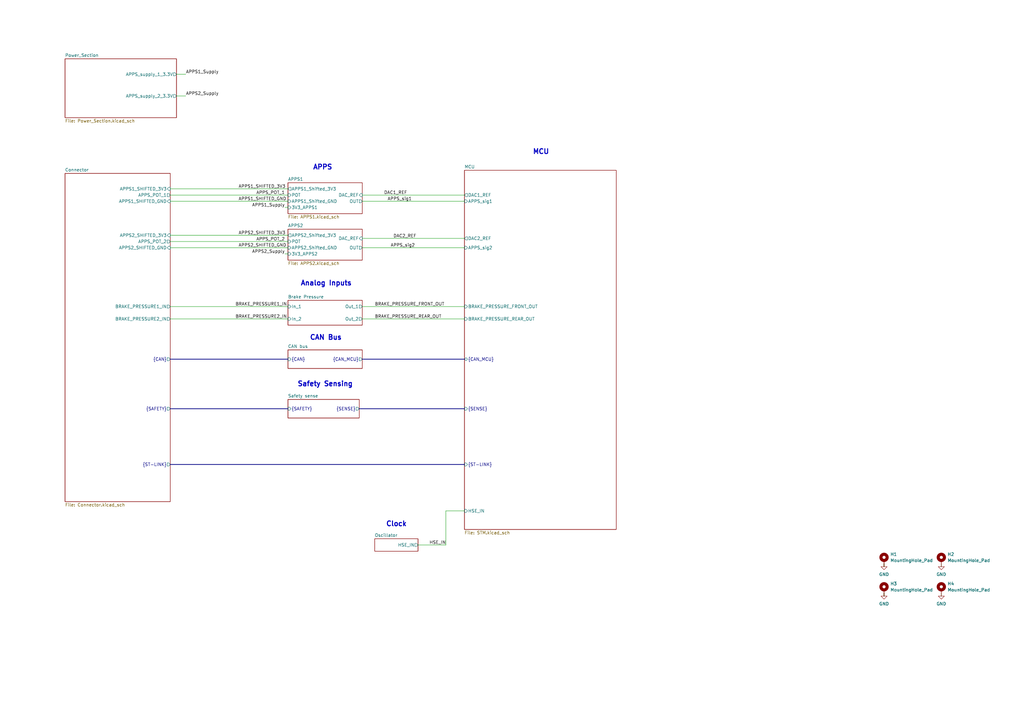
<source format=kicad_sch>
(kicad_sch (version 20250114) (generator "eeschema") (generator_version "9.0")
  (paper "A3")
  (title_block (rev "${REVISION}") (company "Author:") (comment 1 "Reviewer:"))
  (lib_symbols
    (symbol "Mechanical:MountingHole_Pad" (pin_numbers (hide yes)) (pin_names (offset 1.016) (hide yes))
      (property "Reference" "H" (at 0 6.35 0))
      (property "Value" "MountingHole_Pad" (at 0 4.445 0))
      (symbol "MountingHole_Pad_0_1"
        (circle (center 0 1.27) (radius 1.27) (stroke (width 1.27)))
      )
      (symbol "MountingHole_Pad_1_1"
        (pin input line (at 0 -2.54 90) (length 2.54) (name "1") (number "1"))
      )
    )
    (symbol "power:GND" (power) (pin_names (offset 0))
      (property "Value" "GND" (at 0 -3.81 0))
      (symbol "GND_0_1"
        (polyline (pts (xy 0 0) (xy 0 -1.27) (xy 1.27 -1.27) (xy 0 -2.54) (xy -1.27 -1.27) (xy 0 -1.27)))
      )
      (symbol "GND_1_1"
        (pin power_in line (at 0 0 270) (length 0) (hide yes) (name "GND") (number "1"))
      )
    )
  )
  (text "MCU\n" (at 218.44 63.5 0) (effects (font (size 2 2) (thickness 0.4) (bold yes)) (justify left bottom)))
  (text "Safety Sensing\n" (at 121.92 158.75 0) (effects (font (size 2 2) (thickness 0.4) (bold yes)) (justify left bottom)))
  (text "APPS" (at 128.27 69.85 0) (effects (font (size 2 2) (thickness 0.4) (bold yes)) (justify left bottom)))
  (text "Analog Inputs\n\n" (at 123.19 120.65 0) (effects (font (size 2 2) (thickness 0.4) (bold yes)) (justify left bottom)))
  (text "CAN Bus\n" (at 127 139.7 0) (effects (font (size 2 2) (thickness 0.4) (bold yes)) (justify left bottom)))
  (text "Clock\n" (at 158.242 216.154 0) (effects (font (size 2 2) (thickness 0.4) (bold yes)) (justify left bottom)))
  (wire (pts (xy 182.88 209.55) (xy 182.88 223.52)))
  (wire (pts (xy 69.85 77.47) (xy 118.11 77.47)))
  (bus (pts (xy 69.85 147.32) (xy 118.11 147.32)))
  (wire (pts (xy 116.84 104.14) (xy 118.11 104.14)))
  (bus (pts (xy 148.59 147.32) (xy 190.5 147.32)))
  (wire (pts (xy 190.5 209.55) (xy 182.88 209.55)))
  (wire (pts (xy 116.84 85.09) (xy 118.11 85.09)))
  (wire (pts (xy 171.45 223.52) (xy 182.88 223.52)))
  (wire (pts (xy 69.85 101.6) (xy 118.11 101.6)))
  (wire (pts (xy 72.39 39.37) (xy 76.2 39.37)))
  (wire (pts (xy 148.59 125.73) (xy 190.5 125.73)))
  (wire (pts (xy 148.59 80.01) (xy 190.5 80.01)))
  (bus (pts (xy 69.85 167.64) (xy 118.11 167.64)))
  (wire (pts (xy 69.85 80.01) (xy 118.11 80.01)))
  (wire (pts (xy 386.08 231.14) (xy 386.08 232.41)))
  (bus (pts (xy 147.32 167.64) (xy 190.5 167.64)))
  (wire (pts (xy 69.85 99.06) (xy 118.11 99.06)))
  (wire (pts (xy 69.85 130.81) (xy 118.11 130.81)))
  (wire (pts (xy 69.85 125.73) (xy 118.11 125.73)))
  (wire (pts (xy 362.585 243.205) (xy 362.585 244.475)))
  (wire (pts (xy 148.59 101.6) (xy 190.5 101.6)))
  (wire (pts (xy 69.85 96.52) (xy 118.11 96.52)))
  (wire (pts (xy 148.59 130.81) (xy 190.5 130.81)))
  (wire (pts (xy 72.39 30.48) (xy 76.2 30.48)))
  (wire (pts (xy 148.59 82.55) (xy 190.5 82.55)))
  (wire (pts (xy 386.08 243.205) (xy 386.08 244.475)))
  (wire (pts (xy 148.59 97.79) (xy 190.5 97.79)))
  (bus (pts (xy 69.85 190.5) (xy 190.5 190.5)))
  (wire (pts (xy 69.85 82.55) (xy 118.11 82.55)))
  (wire (pts (xy 362.585 231.14) (xy 362.585 232.41)))
  (label "APPS2_Supply" (at 76.2 39.37 0))
  (label "HSE_IN" (at 182.88 223.52 180))
  (label "APPS1_Supply" (at 76.2 30.48 0))
  (label "APPS_sig1" (at 168.91 82.55 180))
  (label "DAC1_REF" (at 157.48 80.01 0))
  (label "BRAKE_PRESSURE1_IN" (at 96.52 125.73 0))
  (label "APPS2_SHIFTED_GND" (at 97.79 101.6 0))
  (label "BRAKE_PRESSURE_REAR_OUT" (at 153.67 130.81 0))
  (label "APPS_POT_2" (at 116.84 99.06 180))
  (label "APPS1_SHIFTED_3V3" (at 97.79 77.47 0))
  (label "APPS1_SHIFTED_GND" (at 97.79 82.55 0))
  (label "BRAKE_PRESSURE2_IN" (at 96.52 130.81 0))
  (label "DAC2_REF" (at 161.29 97.79 0))
  (label "APPS_sig2" (at 170.18 101.6 180))
  (label "APPS_POT_1" (at 116.84 80.01 180))
  (label "BRAKE_PRESSURE_FRONT_OUT" (at 153.67 125.73 0))
  (label "APPS2_SHIFTED_3V3" (at 97.79 96.52 0))
  (label "APPS2_Supply" (at 116.84 104.14 180))
  (label "APPS1_Supply" (at 116.84 85.09 180))
  (symbol (lib_id "power:GND") (at 386.08 243.205 0) (unit 1)
    (property "Reference" "#PWR04" (effects (hide yes)))
    (property "Value" "GND" (at 386.08 247.65 0))
  )
  (symbol (lib_id "Mechanical:MountingHole_Pad") (at 362.585 241.935 0) (unit 1)
    (property "Reference" "H3" (at 365.125 239.395 0) (effects (justify left)))
    (property "Value" "MountingHole_Pad" (at 365.125 241.935 0) (effects (justify left)))
    (property "Footprint" "MountingHole:MountingHole_3.2mm_M3_Pad_Via" (effects (hide yes)))
  )
  (symbol (lib_id "Mechanical:MountingHole_Pad") (at 386.08 229.87 0) (unit 1)
    (property "Reference" "H2" (at 388.62 227.33 0) (effects (justify left)))
    (property "Value" "MountingHole_Pad" (at 388.62 229.87 0) (effects (justify left)))
    (property "Footprint" "MountingHole:MountingHole_3.2mm_M3_Pad_Via" (effects (hide yes)))
  )
  (symbol (lib_id "power:GND") (at 386.08 231.14 0) (unit 1)
    (property "Reference" "#PWR02" (effects (hide yes)))
    (property "Value" "GND" (at 386.08 235.585 0))
  )
  (symbol (lib_id "Mechanical:MountingHole_Pad") (at 386.08 241.935 0) (unit 1)
    (property "Reference" "H4" (at 388.62 239.395 0) (effects (justify left)))
    (property "Value" "MountingHole_Pad" (at 388.62 241.935 0) (effects (justify left)))
    (property "Footprint" "MountingHole:MountingHole_3.2mm_M3_Pad_Via" (effects (hide yes)))
  )
  (symbol (lib_id "Mechanical:MountingHole_Pad") (at 362.585 229.87 0) (unit 1)
    (property "Reference" "H1" (at 365.125 227.33 0) (effects (justify left)))
    (property "Value" "MountingHole_Pad" (at 365.125 229.87 0) (effects (justify left)))
    (property "Footprint" "MountingHole:MountingHole_3.2mm_M3_Pad_Via" (effects (hide yes)))
  )
  (symbol (lib_id "power:GND") (at 362.585 243.205 0) (unit 1)
    (property "Reference" "#PWR03" (effects (hide yes)))
    (property "Value" "GND" (at 362.585 247.65 0))
  )
  (symbol (lib_id "power:GND") (at 362.585 231.14 0) (unit 1)
    (property "Reference" "#PWR01" (effects (hide yes)))
    (property "Value" "GND" (at 362.585 235.585 0))
  )
  (sheet (at 26.67 71.12) (size 43.18 134.62) (stroke (width 0.1524))
    (property "Sheetname" "Connector" (at 26.67 70.4084 0) (effects (justify left bottom)))
    (property "Sheetfile" "Connector.kicad_sch" (at 26.67 206.3246 0) (effects (justify left top)))
    (pin "APPS1_SHIFTED_3V3" input (at 69.85 77.47 0))
    (pin "APPS1_SHIFTED_GND" input (at 69.85 82.55 0))
    (pin "APPS2_SHIFTED_3V3" input (at 69.85 96.52 0))
    (pin "APPS2_SHIFTED_GND" input (at 69.85 101.6 0))
    (pin "APPS_POT_1" output (at 69.85 80.01 0))
    (pin "APPS_POT_2" output (at 69.85 99.06 0))
    (pin "BRAKE_PRESSURE1_IN" output (at 69.85 125.73 0))
    (pin "BRAKE_PRESSURE2_IN" output (at 69.85 130.81 0))
    (pin "{CAN}" output (at 69.85 147.32 0))
    (pin "{SAFETY}" output (at 69.85 167.64 0))
    (pin "{ST-LINK}" output (at 69.85 190.5 0))
  )
  (sheet (at 26.67 24.13) (size 45.72 24.13) (stroke (width 0.1524))
    (property "Sheetname" "Power_Section" (at 26.67 23.4184 0) (effects (justify left bottom)))
    (property "Sheetfile" "Power_Section.kicad_sch" (at 26.67 48.8446 0) (effects (justify left top)))
    (pin "APPS_supply_1_3.3V" output (at 72.39 30.48 0))
    (pin "APPS_supply_2_3.3V" output (at 72.39 39.37 0))
  )
  (sheet (at 118.11 163.83) (size 29.21 7.62) (stroke (width 0.1524))
    (property "Sheetname" "Safety sense" (at 118.11 163.1184 0) (effects (justify left bottom)))
    (property "Sheetfile" "safety_sense.kicad_sch" (effects (hide yes)))
    (pin "{SAFETY}" input (at 118.11 167.64 180))
    (pin "{SENSE}" output (at 147.32 167.64 0))
  )
  (sheet (at 153.67 220.98) (size 17.78 5.08) (stroke (width 0.1524))
    (property "Sheetname" "Oscillator" (at 153.67 220.2684 0) (effects (justify left bottom)))
    (property "Sheetfile" "oscillator.kicad_sch" (effects (hide yes)))
    (pin "HSE_IN" output (at 171.45 223.52 0))
  )
  (sheet (at 118.11 123.19) (size 30.48 10.16) (stroke (width 0.1524))
    (property "Sheetname" "Brake Pressure" (at 118.11 122.4784 0) (effects (justify left bottom)))
    (property "Sheetfile" "brake_pressure.kicad_sch" (effects (hide yes)))
    (pin "In_1" input (at 118.11 125.73 180))
    (pin "In_2" input (at 118.11 130.81 180))
    (pin "Out_1" output (at 148.59 125.73 0))
    (pin "Out_2" output (at 148.59 130.81 0))
  )
  (sheet (at 118.11 143.51) (size 30.48 7.62) (stroke (width 0.1524))
    (property "Sheetname" "CAN bus" (at 118.11 142.7984 0) (effects (justify left bottom)))
    (property "Sheetfile" "can_bus.kicad_sch" (effects (hide yes)))
    (pin "{CAN_MCU}" output (at 148.59 147.32 0))
    (pin "{CAN}" input (at 118.11 147.32 180))
  )
  (sheet (at 118.11 74.93) (size 30.48 12.7) (stroke (width 0.1524))
    (property "Sheetname" "APPS1" (at 118.11 74.2184 0) (effects (justify left bottom)))
    (property "Sheetfile" "APPS1.kicad_sch" (at 118.11 88.2146 0) (effects (justify left top)))
    (pin "DAC_REF" input (at 148.59 80.01 0))
    (pin "OUT" output (at 148.59 82.55 0))
    (pin "POT" input (at 118.11 80.01 180))
    (pin "APPS1_Shifted_3V3" output (at 118.11 77.47 180))
    (pin "APPS1_Shifted_GND" input (at 118.11 82.55 180))
    (pin "3V3_APPS1" input (at 118.11 85.09 180))
  )
  (sheet (at 118.11 93.98) (size 30.48 12.7) (stroke (width 0.1524))
    (property "Sheetname" "APPS2" (at 118.11 93.2684 0) (effects (justify left bottom)))
    (property "Sheetfile" "APPS2.kicad_sch" (at 118.11 107.2646 0) (effects (justify left top)))
    (pin "DAC_REF" input (at 148.59 97.79 0))
    (pin "OUT" output (at 148.59 101.6 0))
    (pin "POT" input (at 118.11 99.06 180))
    (pin "APPS2_Shifted_3V3" output (at 118.11 96.52 180))
    (pin "APPS2_Shifted_GND" input (at 118.11 101.6 180))
    (pin "3V3_APPS2" input (at 118.11 104.14 180))
  )
  (sheet (at 190.5 69.85) (size 62.23 147.32) (stroke (width 0.1524))
    (property "Sheetname" "MCU" (at 190.5 69.1384 0) (effects (justify left bottom)))
    (property "Sheetfile" "STM.kicad_sch" (at 190.5 217.7546 0) (effects (justify left top)))
    (pin "APPS_sig1" input (at 190.5 82.55 180))
    (pin "APPS_sig2" input (at 190.5 101.6 180))
    (pin "BRAKE_PRESSURE_FRONT_OUT" input (at 190.5 125.73 180))
    (pin "BRAKE_PRESSURE_REAR_OUT" input (at 190.5 130.81 180))
    (pin "DAC1_REF" output (at 190.5 80.01 180))
    (pin "DAC2_REF" output (at 190.5 97.79 180))
    (pin "HSE_IN" input (at 190.5 209.55 180))
    (pin "{CAN_MCU}" bidirectional (at 190.5 147.32 180))
    (pin "{SENSE}" input (at 190.5 167.64 180))
    (pin "{ST-LINK}" input (at 190.5 190.5 180))
  )
)
</source>
